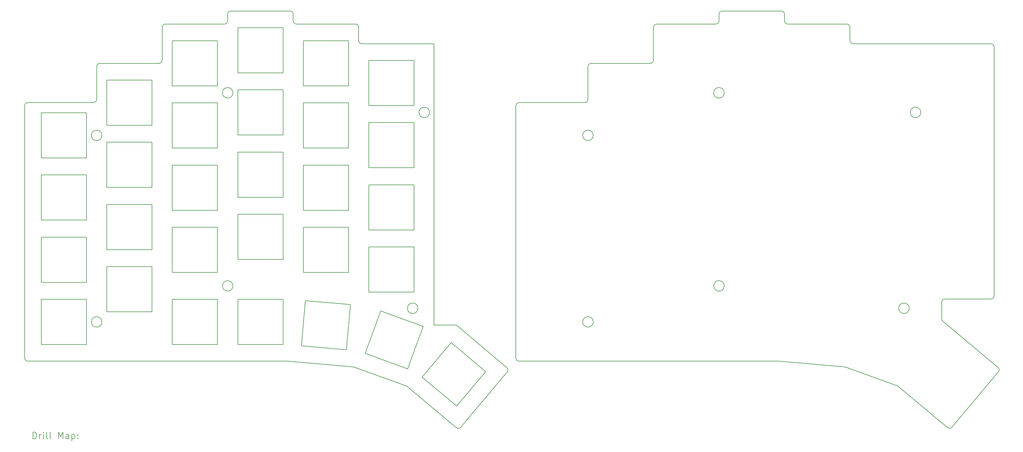
<source format=gbr>
%TF.GenerationSoftware,KiCad,Pcbnew,8.0.4*%
%TF.CreationDate,2024-08-10T13:43:54-06:00*%
%TF.ProjectId,top_bottom_plate,746f705f-626f-4747-946f-6d5f706c6174,0.1*%
%TF.SameCoordinates,Original*%
%TF.FileFunction,Drillmap*%
%TF.FilePolarity,Positive*%
%FSLAX45Y45*%
G04 Gerber Fmt 4.5, Leading zero omitted, Abs format (unit mm)*
G04 Created by KiCad (PCBNEW 8.0.4) date 2024-08-10 13:43:54*
%MOMM*%
%LPD*%
G01*
G04 APERTURE LIST*
%ADD10C,0.150000*%
%ADD11C,0.200000*%
G04 APERTURE END LIST*
D10*
X2900000Y-13200000D02*
X10800236Y-13200000D01*
X2800000Y-13100000D02*
X2800000Y-5400000D01*
X2900000Y-5300000D02*
X4900000Y-5300000D01*
X5100000Y-4100000D02*
X6900000Y-4100000D01*
X5000000Y-5200000D02*
X5000000Y-4200000D01*
X7100000Y-2900000D02*
X8900000Y-2900000D01*
X7000000Y-4000000D02*
X7000000Y-3000000D01*
X9100000Y-2500000D02*
X10900000Y-2500000D01*
X11000000Y-2600000D02*
X11000000Y-2800000D01*
X9000000Y-2800000D02*
X9000000Y-2600000D01*
X11100000Y-2900000D02*
X12900000Y-2900000D01*
X13000000Y-3000000D02*
X13000000Y-3400000D01*
X13100000Y-3500000D02*
X15300000Y-3500000D01*
X10808951Y-13200380D02*
X12845705Y-13378573D01*
X12871191Y-13384224D02*
X14461346Y-13962992D01*
X15984237Y-12100000D02*
X17518926Y-13387757D01*
X16117119Y-15213938D02*
X17531251Y-13528640D01*
X14491423Y-13980357D02*
X15976235Y-15226263D01*
X2900000Y-13200000D02*
G75*
G02*
X2800000Y-13100000I0J100000D01*
G01*
X2800000Y-5400000D02*
G75*
G02*
X2900000Y-5300000I100000J0D01*
G01*
X5000000Y-5200000D02*
G75*
G02*
X4900000Y-5300000I-100000J0D01*
G01*
X5000000Y-4200000D02*
G75*
G02*
X5100000Y-4100000I100000J0D01*
G01*
X7000000Y-4000000D02*
G75*
G02*
X6900000Y-4100000I-100000J0D01*
G01*
X7000000Y-3000000D02*
G75*
G02*
X7100000Y-2900000I100000J0D01*
G01*
X9000000Y-2800000D02*
G75*
G02*
X8900000Y-2900000I-100000J0D01*
G01*
X9000000Y-2600000D02*
G75*
G02*
X9100000Y-2500000I100000J0D01*
G01*
X10900000Y-2500000D02*
G75*
G02*
X11000000Y-2600000I0J-100000D01*
G01*
X11100000Y-2900000D02*
G75*
G02*
X11000000Y-2800000I0J100000D01*
G01*
X12900000Y-2900000D02*
G75*
G02*
X13000000Y-3000000I0J-100000D01*
G01*
X13100000Y-3500000D02*
G75*
G02*
X13000000Y-3400000I0J100000D01*
G01*
X17518926Y-13387757D02*
G75*
G02*
X17531251Y-13528639I-64276J-76603D01*
G01*
X16117119Y-15213938D02*
G75*
G02*
X15976232Y-15226268I-76609J64278D01*
G01*
X14461346Y-13962992D02*
G75*
G02*
X14491422Y-13980358I-34206J-93968D01*
G01*
X12845705Y-13378573D02*
G75*
G02*
X12871191Y-13384223I-8715J-99627D01*
G01*
X10800236Y-13200000D02*
G75*
G02*
X10808951Y-13200381I-6J-100040D01*
G01*
X3310000Y-12690000D02*
X4690000Y-12690000D01*
X4690000Y-12690000D02*
X4690000Y-11310000D01*
X4690000Y-11310000D02*
X3310000Y-11310000D01*
X3310000Y-11310000D02*
X3310000Y-12690000D01*
X3310000Y-10790000D02*
X4690000Y-10790000D01*
X4690000Y-10790000D02*
X4690000Y-9410000D01*
X4690000Y-9410000D02*
X3310000Y-9410000D01*
X3310000Y-9410000D02*
X3310000Y-10790000D01*
X3310000Y-8890000D02*
X4690000Y-8890000D01*
X4690000Y-8890000D02*
X4690000Y-7510000D01*
X4690000Y-7510000D02*
X3310000Y-7510000D01*
X3310000Y-7510000D02*
X3310000Y-8890000D01*
X3310000Y-6990000D02*
X4690000Y-6990000D01*
X4690000Y-6990000D02*
X4690000Y-5610000D01*
X4690000Y-5610000D02*
X3310000Y-5610000D01*
X3310000Y-5610000D02*
X3310000Y-6990000D01*
X5310000Y-11690000D02*
X6690000Y-11690000D01*
X6690000Y-11690000D02*
X6690000Y-10310000D01*
X6690000Y-10310000D02*
X5310000Y-10310000D01*
X5310000Y-10310000D02*
X5310000Y-11690000D01*
X5310000Y-9790000D02*
X6690000Y-9790000D01*
X6690000Y-9790000D02*
X6690000Y-8410000D01*
X6690000Y-8410000D02*
X5310000Y-8410000D01*
X5310000Y-8410000D02*
X5310000Y-9790000D01*
X5310000Y-7890000D02*
X6690000Y-7890000D01*
X6690000Y-7890000D02*
X6690000Y-6510000D01*
X6690000Y-6510000D02*
X5310000Y-6510000D01*
X5310000Y-6510000D02*
X5310000Y-7890000D01*
X5310000Y-5990000D02*
X6690000Y-5990000D01*
X6690000Y-5990000D02*
X6690000Y-4610000D01*
X6690000Y-4610000D02*
X5310000Y-4610000D01*
X5310000Y-4610000D02*
X5310000Y-5990000D01*
X7310000Y-10490000D02*
X8690000Y-10490000D01*
X8690000Y-10490000D02*
X8690000Y-9110000D01*
X8690000Y-9110000D02*
X7310000Y-9110000D01*
X7310000Y-9110000D02*
X7310000Y-10490000D01*
X7310000Y-8590000D02*
X8690000Y-8590000D01*
X8690000Y-8590000D02*
X8690000Y-7210000D01*
X8690000Y-7210000D02*
X7310000Y-7210000D01*
X7310000Y-7210000D02*
X7310000Y-8590000D01*
X7310000Y-6690000D02*
X8690000Y-6690000D01*
X8690000Y-6690000D02*
X8690000Y-5310000D01*
X8690000Y-5310000D02*
X7310000Y-5310000D01*
X7310000Y-5310000D02*
X7310000Y-6690000D01*
X7310000Y-4790000D02*
X8690000Y-4790000D01*
X8690000Y-4790000D02*
X8690000Y-3410000D01*
X8690000Y-3410000D02*
X7310000Y-3410000D01*
X7310000Y-3410000D02*
X7310000Y-4790000D01*
X9310000Y-10090000D02*
X10690000Y-10090000D01*
X10690000Y-10090000D02*
X10690000Y-8710000D01*
X10690000Y-8710000D02*
X9310000Y-8710000D01*
X9310000Y-8710000D02*
X9310000Y-10090000D01*
X9310000Y-8190000D02*
X10690000Y-8190000D01*
X10690000Y-8190000D02*
X10690000Y-6810000D01*
X10690000Y-6810000D02*
X9310000Y-6810000D01*
X9310000Y-6810000D02*
X9310000Y-8190000D01*
X9310000Y-6290000D02*
X10690000Y-6290000D01*
X10690000Y-6290000D02*
X10690000Y-4910000D01*
X10690000Y-4910000D02*
X9310000Y-4910000D01*
X9310000Y-4910000D02*
X9310000Y-6290000D01*
X9310000Y-4390000D02*
X10690000Y-4390000D01*
X10690000Y-4390000D02*
X10690000Y-3010000D01*
X10690000Y-3010000D02*
X9310000Y-3010000D01*
X9310000Y-3010000D02*
X9310000Y-4390000D01*
X11310000Y-10490000D02*
X12690000Y-10490000D01*
X12690000Y-10490000D02*
X12690000Y-9110000D01*
X12690000Y-9110000D02*
X11310000Y-9110000D01*
X11310000Y-9110000D02*
X11310000Y-10490000D01*
X11310000Y-8590000D02*
X12690000Y-8590000D01*
X12690000Y-8590000D02*
X12690000Y-7210000D01*
X12690000Y-7210000D02*
X11310000Y-7210000D01*
X11310000Y-7210000D02*
X11310000Y-8590000D01*
X11310000Y-6690000D02*
X12690000Y-6690000D01*
X12690000Y-6690000D02*
X12690000Y-5310000D01*
X12690000Y-5310000D02*
X11310000Y-5310000D01*
X11310000Y-5310000D02*
X11310000Y-6690000D01*
X11310000Y-4790000D02*
X12690000Y-4790000D01*
X12690000Y-4790000D02*
X12690000Y-3410000D01*
X12690000Y-3410000D02*
X11310000Y-3410000D01*
X11310000Y-3410000D02*
X11310000Y-4790000D01*
X13310000Y-11090000D02*
X14690000Y-11090000D01*
X14690000Y-11090000D02*
X14690000Y-9710000D01*
X14690000Y-9710000D02*
X13310000Y-9710000D01*
X13310000Y-9710000D02*
X13310000Y-11090000D01*
X13310000Y-9190000D02*
X14690000Y-9190000D01*
X14690000Y-9190000D02*
X14690000Y-7810000D01*
X14690000Y-7810000D02*
X13310000Y-7810000D01*
X13310000Y-7810000D02*
X13310000Y-9190000D01*
X13310000Y-7290000D02*
X14690000Y-7290000D01*
X14690000Y-7290000D02*
X14690000Y-5910000D01*
X14690000Y-5910000D02*
X13310000Y-5910000D01*
X13310000Y-5910000D02*
X13310000Y-7290000D01*
X13310000Y-5390000D02*
X14690000Y-5390000D01*
X14690000Y-5390000D02*
X14690000Y-4010000D01*
X14690000Y-4010000D02*
X13310000Y-4010000D01*
X13310000Y-4010000D02*
X13310000Y-5390000D01*
X7310000Y-12690000D02*
X8690000Y-12690000D01*
X8690000Y-12690000D02*
X8690000Y-11310000D01*
X8690000Y-11310000D02*
X7310000Y-11310000D01*
X7310000Y-11310000D02*
X7310000Y-12690000D01*
X9310000Y-12690000D02*
X10690000Y-12690000D01*
X10690000Y-12690000D02*
X10690000Y-11310000D01*
X10690000Y-11310000D02*
X9310000Y-11310000D01*
X9310000Y-11310000D02*
X9310000Y-12690000D01*
X11252488Y-12727237D02*
X12627237Y-12847512D01*
X12627237Y-12847512D02*
X12747512Y-11472763D01*
X12747512Y-11472763D02*
X11372763Y-11352488D01*
X11372763Y-11352488D02*
X11252488Y-12727237D01*
X13199657Y-12961045D02*
X14496433Y-13433033D01*
X14496433Y-13433033D02*
X14968421Y-12136257D01*
X14968421Y-12136257D02*
X13671645Y-11664269D01*
X13671645Y-11664269D02*
X13199657Y-12961045D01*
X14932838Y-13684991D02*
X15989979Y-14572038D01*
X15989979Y-14572038D02*
X16877026Y-13514896D01*
X16877026Y-13514896D02*
X15819884Y-12627849D01*
X15819884Y-12627849D02*
X14932838Y-13684991D01*
X5160000Y-12000000D02*
G75*
G02*
X4840000Y-12000000I-160000J0D01*
G01*
X4840000Y-12000000D02*
G75*
G02*
X5160000Y-12000000I160000J0D01*
G01*
X5160000Y-6300000D02*
G75*
G02*
X4840000Y-6300000I-160000J0D01*
G01*
X4840000Y-6300000D02*
G75*
G02*
X5160000Y-6300000I160000J0D01*
G01*
X9160000Y-10900000D02*
G75*
G02*
X8840000Y-10900000I-160000J0D01*
G01*
X8840000Y-10900000D02*
G75*
G02*
X9160000Y-10900000I160000J0D01*
G01*
X9160000Y-5000000D02*
G75*
G02*
X8840000Y-5000000I-160000J0D01*
G01*
X8840000Y-5000000D02*
G75*
G02*
X9160000Y-5000000I160000J0D01*
G01*
X14808200Y-11583393D02*
G75*
G02*
X14488200Y-11583393I-160000J0D01*
G01*
X14488200Y-11583393D02*
G75*
G02*
X14808200Y-11583393I160000J0D01*
G01*
X15160000Y-5600000D02*
G75*
G02*
X14840000Y-5600000I-160000J0D01*
G01*
X14840000Y-5600000D02*
G75*
G02*
X15160000Y-5600000I160000J0D01*
G01*
X15300000Y-12100000D02*
X15984237Y-12100000D01*
X15300000Y-3500000D02*
X15300000Y-12100000D01*
X17900000Y-13200000D02*
X25800235Y-13200000D01*
X17800000Y-13100000D02*
X17800000Y-5400000D01*
X17900000Y-5300000D02*
X19900000Y-5300000D01*
X20100000Y-4100000D02*
X21900000Y-4100000D01*
X20000000Y-5200000D02*
X20000000Y-4200000D01*
X22100000Y-2900000D02*
X23900000Y-2900000D01*
X22000000Y-4000000D02*
X22000000Y-3000000D01*
X24100000Y-2500000D02*
X25900000Y-2500000D01*
X26000000Y-2600000D02*
X26000000Y-2800000D01*
X24000000Y-2800000D02*
X24000000Y-2600000D01*
X26100000Y-2900000D02*
X27900000Y-2900000D01*
X28000000Y-3000000D02*
X28000000Y-3400000D01*
X30800000Y-11400000D02*
X30800000Y-11898776D01*
X32400000Y-11200000D02*
X32400000Y-3600000D01*
X32300000Y-11300000D02*
X30900000Y-11300000D01*
X28100000Y-3500000D02*
X32300000Y-3500000D01*
X25808951Y-13200380D02*
X27845705Y-13378573D01*
X27871191Y-13384224D02*
X29461346Y-13962992D01*
X30835721Y-11975380D02*
X32518926Y-13387757D01*
X31117119Y-15213938D02*
X32531251Y-13528640D01*
X29491423Y-13980357D02*
X30976235Y-15226263D01*
X17900000Y-13200000D02*
G75*
G02*
X17800000Y-13100000I0J100000D01*
G01*
X17800000Y-5400000D02*
G75*
G02*
X17900000Y-5300000I100000J0D01*
G01*
X20000000Y-5200000D02*
G75*
G02*
X19900000Y-5300000I-100000J0D01*
G01*
X20000000Y-4200000D02*
G75*
G02*
X20100000Y-4100000I100000J0D01*
G01*
X22000000Y-4000000D02*
G75*
G02*
X21900000Y-4100000I-100000J0D01*
G01*
X22000000Y-3000000D02*
G75*
G02*
X22100000Y-2900000I100000J0D01*
G01*
X24000000Y-2800000D02*
G75*
G02*
X23900000Y-2900000I-100000J0D01*
G01*
X24000000Y-2600000D02*
G75*
G02*
X24100000Y-2500000I100000J0D01*
G01*
X25900000Y-2500000D02*
G75*
G02*
X26000000Y-2600000I0J-100000D01*
G01*
X26100000Y-2900000D02*
G75*
G02*
X26000000Y-2800000I0J100000D01*
G01*
X27900000Y-2900000D02*
G75*
G02*
X28000000Y-3000000I0J-100000D01*
G01*
X28100000Y-3500000D02*
G75*
G02*
X28000000Y-3400000I0J100000D01*
G01*
X32300000Y-3500000D02*
G75*
G02*
X32400000Y-3600000I0J-100000D01*
G01*
X32400000Y-11200000D02*
G75*
G02*
X32300000Y-11300000I-100000J0D01*
G01*
X30800000Y-11400000D02*
G75*
G02*
X30900000Y-11300000I100000J0D01*
G01*
X30835721Y-11975380D02*
G75*
G02*
X30800003Y-11898776I64279J76600D01*
G01*
X32518926Y-13387757D02*
G75*
G02*
X32531251Y-13528639I-64276J-76603D01*
G01*
X31117119Y-15213938D02*
G75*
G02*
X30976232Y-15226268I-76609J64278D01*
G01*
X29461346Y-13962992D02*
G75*
G02*
X29491422Y-13980358I-34206J-93968D01*
G01*
X27845705Y-13378573D02*
G75*
G02*
X27871191Y-13384223I-8715J-99627D01*
G01*
X25800235Y-13200000D02*
G75*
G02*
X25808951Y-13200381I-6J-100040D01*
G01*
X20160000Y-12000000D02*
G75*
G02*
X19840000Y-12000000I-160000J0D01*
G01*
X19840000Y-12000000D02*
G75*
G02*
X20160000Y-12000000I160000J0D01*
G01*
X20160000Y-6300000D02*
G75*
G02*
X19840000Y-6300000I-160000J0D01*
G01*
X19840000Y-6300000D02*
G75*
G02*
X20160000Y-6300000I160000J0D01*
G01*
X24160000Y-10900000D02*
G75*
G02*
X23840000Y-10900000I-160000J0D01*
G01*
X23840000Y-10900000D02*
G75*
G02*
X24160000Y-10900000I160000J0D01*
G01*
X24160000Y-5000000D02*
G75*
G02*
X23840000Y-5000000I-160000J0D01*
G01*
X23840000Y-5000000D02*
G75*
G02*
X24160000Y-5000000I160000J0D01*
G01*
X29808200Y-11583393D02*
G75*
G02*
X29488200Y-11583393I-160000J0D01*
G01*
X29488200Y-11583393D02*
G75*
G02*
X29808200Y-11583393I160000J0D01*
G01*
X30160000Y-5600000D02*
G75*
G02*
X29840000Y-5600000I-160000J0D01*
G01*
X29840000Y-5600000D02*
G75*
G02*
X30160000Y-5600000I160000J0D01*
G01*
D11*
X3053277Y-15568646D02*
X3053277Y-15368646D01*
X3053277Y-15368646D02*
X3100896Y-15368646D01*
X3100896Y-15368646D02*
X3129467Y-15378170D01*
X3129467Y-15378170D02*
X3148515Y-15397218D01*
X3148515Y-15397218D02*
X3158039Y-15416265D01*
X3158039Y-15416265D02*
X3167562Y-15454360D01*
X3167562Y-15454360D02*
X3167562Y-15482932D01*
X3167562Y-15482932D02*
X3158039Y-15521027D01*
X3158039Y-15521027D02*
X3148515Y-15540075D01*
X3148515Y-15540075D02*
X3129467Y-15559122D01*
X3129467Y-15559122D02*
X3100896Y-15568646D01*
X3100896Y-15568646D02*
X3053277Y-15568646D01*
X3253277Y-15568646D02*
X3253277Y-15435313D01*
X3253277Y-15473408D02*
X3262801Y-15454360D01*
X3262801Y-15454360D02*
X3272324Y-15444837D01*
X3272324Y-15444837D02*
X3291372Y-15435313D01*
X3291372Y-15435313D02*
X3310420Y-15435313D01*
X3377086Y-15568646D02*
X3377086Y-15435313D01*
X3377086Y-15368646D02*
X3367562Y-15378170D01*
X3367562Y-15378170D02*
X3377086Y-15387694D01*
X3377086Y-15387694D02*
X3386610Y-15378170D01*
X3386610Y-15378170D02*
X3377086Y-15368646D01*
X3377086Y-15368646D02*
X3377086Y-15387694D01*
X3500896Y-15568646D02*
X3481848Y-15559122D01*
X3481848Y-15559122D02*
X3472324Y-15540075D01*
X3472324Y-15540075D02*
X3472324Y-15368646D01*
X3605658Y-15568646D02*
X3586610Y-15559122D01*
X3586610Y-15559122D02*
X3577086Y-15540075D01*
X3577086Y-15540075D02*
X3577086Y-15368646D01*
X3834229Y-15568646D02*
X3834229Y-15368646D01*
X3834229Y-15368646D02*
X3900896Y-15511503D01*
X3900896Y-15511503D02*
X3967562Y-15368646D01*
X3967562Y-15368646D02*
X3967562Y-15568646D01*
X4148515Y-15568646D02*
X4148515Y-15463884D01*
X4148515Y-15463884D02*
X4138991Y-15444837D01*
X4138991Y-15444837D02*
X4119943Y-15435313D01*
X4119943Y-15435313D02*
X4081848Y-15435313D01*
X4081848Y-15435313D02*
X4062801Y-15444837D01*
X4148515Y-15559122D02*
X4129467Y-15568646D01*
X4129467Y-15568646D02*
X4081848Y-15568646D01*
X4081848Y-15568646D02*
X4062801Y-15559122D01*
X4062801Y-15559122D02*
X4053277Y-15540075D01*
X4053277Y-15540075D02*
X4053277Y-15521027D01*
X4053277Y-15521027D02*
X4062801Y-15501979D01*
X4062801Y-15501979D02*
X4081848Y-15492456D01*
X4081848Y-15492456D02*
X4129467Y-15492456D01*
X4129467Y-15492456D02*
X4148515Y-15482932D01*
X4243753Y-15435313D02*
X4243753Y-15635313D01*
X4243753Y-15444837D02*
X4262801Y-15435313D01*
X4262801Y-15435313D02*
X4300896Y-15435313D01*
X4300896Y-15435313D02*
X4319944Y-15444837D01*
X4319944Y-15444837D02*
X4329467Y-15454360D01*
X4329467Y-15454360D02*
X4338991Y-15473408D01*
X4338991Y-15473408D02*
X4338991Y-15530551D01*
X4338991Y-15530551D02*
X4329467Y-15549598D01*
X4329467Y-15549598D02*
X4319944Y-15559122D01*
X4319944Y-15559122D02*
X4300896Y-15568646D01*
X4300896Y-15568646D02*
X4262801Y-15568646D01*
X4262801Y-15568646D02*
X4243753Y-15559122D01*
X4424705Y-15549598D02*
X4434229Y-15559122D01*
X4434229Y-15559122D02*
X4424705Y-15568646D01*
X4424705Y-15568646D02*
X4415182Y-15559122D01*
X4415182Y-15559122D02*
X4424705Y-15549598D01*
X4424705Y-15549598D02*
X4424705Y-15568646D01*
X4424705Y-15444837D02*
X4434229Y-15454360D01*
X4434229Y-15454360D02*
X4424705Y-15463884D01*
X4424705Y-15463884D02*
X4415182Y-15454360D01*
X4415182Y-15454360D02*
X4424705Y-15444837D01*
X4424705Y-15444837D02*
X4424705Y-15463884D01*
M02*

</source>
